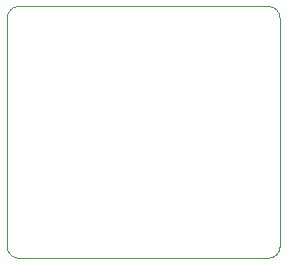
<source format=gbr>
%TF.GenerationSoftware,KiCad,Pcbnew,9.0.3*%
%TF.CreationDate,2025-10-19T16:24:49+11:00*%
%TF.ProjectId,NRF24L01-better-breakout,4e524632-344c-4303-912d-626574746572,rev?*%
%TF.SameCoordinates,Original*%
%TF.FileFunction,Profile,NP*%
%FSLAX46Y46*%
G04 Gerber Fmt 4.6, Leading zero omitted, Abs format (unit mm)*
G04 Created by KiCad (PCBNEW 9.0.3) date 2025-10-19 16:24:49*
%MOMM*%
%LPD*%
G01*
G04 APERTURE LIST*
%TA.AperFunction,Profile*%
%ADD10C,0.050000*%
%TD*%
G04 APERTURE END LIST*
D10*
X121174000Y-82296000D02*
X100060000Y-82296000D01*
X122174000Y-81296000D02*
G75*
G02*
X121174000Y-82296000I-1000000J0D01*
G01*
X99060000Y-61960000D02*
G75*
G02*
X100060000Y-60960000I1000000J0D01*
G01*
X99060000Y-81296000D02*
X99060000Y-61960000D01*
X100060000Y-60960000D02*
X121174000Y-60960000D01*
X100060000Y-82296000D02*
G75*
G02*
X99060000Y-81296000I0J1000000D01*
G01*
X121174000Y-60960000D02*
G75*
G02*
X122174000Y-61960000I0J-1000000D01*
G01*
X122174000Y-61960000D02*
X122174000Y-81296000D01*
M02*

</source>
